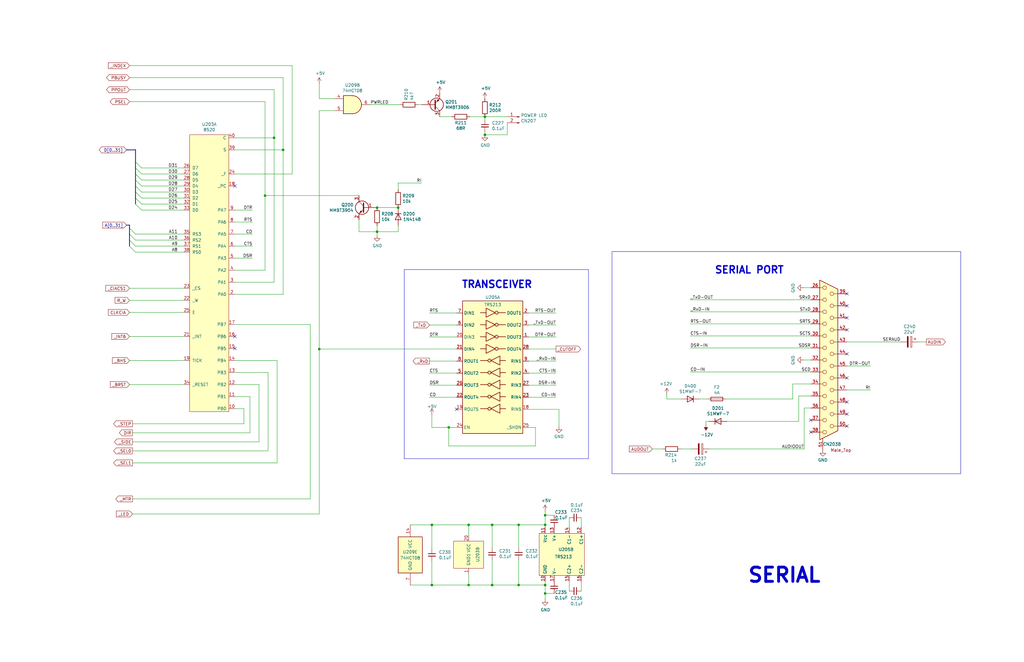
<source format=kicad_sch>
(kicad_sch (version 20231120) (generator "eeschema") (generator_version "8.0")
  (paper "B")
  (title_block (title "AMIGA PCI") (date "2024-04-30") (rev "3.0"))
  (lib_symbols
    (symbol "74xx:74LS08" (pin_names (offset 1.016))
      (property "Reference" "U" (at 0 1.27 0))
      (property "Value" "74LS08" (at 0 -1.27 0))
      (symbol "74LS08_1_1"
        (pin input line (at -7.62 2.54 0) (length 3.81) (name "~") (number "1"))
        (pin input line (at -7.62 -2.54 0) (length 3.81) (name "~") (number "2"))
        (pin output line (at 7.62 0 180) (length 3.81) (name "~") (number "3"))
      )
      (symbol "74LS08_1_2"
        (pin input inverted (at -7.62 2.54 0) (length 4.318) (name "~") (number "1"))
        (pin input inverted (at -7.62 -2.54 0) (length 4.318) (name "~") (number "2"))
        (pin output inverted (at 7.62 0 180) (length 3.81) (name "~") (number "3"))
      )
      (symbol "74LS08_2_1"
        (pin input line (at -7.62 2.54 0) (length 3.81) (name "~") (number "4"))
        (pin input line (at -7.62 -2.54 0) (length 3.81) (name "~") (number "5"))
        (pin output line (at 7.62 0 180) (length 3.81) (name "~") (number "6"))
      )
      (symbol "74LS08_2_2"
        (pin input inverted (at -7.62 2.54 0) (length 4.318) (name "~") (number "4"))
        (pin input inverted (at -7.62 -2.54 0) (length 4.318) (name "~") (number "5"))
        (pin output inverted (at 7.62 0 180) (length 3.81) (name "~") (number "6"))
      )
      (symbol "74LS08_3_1"
        (pin input line (at -7.62 -2.54 0) (length 3.81) (name "~") (number "10"))
        (pin output line (at 7.62 0 180) (length 3.81) (name "~") (number "8"))
        (pin input line (at -7.62 2.54 0) (length 3.81) (name "~") (number "9"))
      )
      (symbol "74LS08_3_2"
        (pin input inverted (at -7.62 -2.54 0) (length 4.318) (name "~") (number "10"))
        (pin output inverted (at 7.62 0 180) (length 3.81) (name "~") (number "8"))
        (pin input inverted (at -7.62 2.54 0) (length 4.318) (name "~") (number "9"))
      )
      (symbol "74LS08_4_1"
        (pin output line (at 7.62 0 180) (length 3.81) (name "~") (number "11"))
        (pin input line (at -7.62 2.54 0) (length 3.81) (name "~") (number "12"))
        (pin input line (at -7.62 -2.54 0) (length 3.81) (name "~") (number "13"))
      )
      (symbol "74LS08_4_2"
        (pin output inverted (at 7.62 0 180) (length 3.81) (name "~") (number "11"))
        (pin input inverted (at -7.62 2.54 0) (length 4.318) (name "~") (number "12"))
        (pin input inverted (at -7.62 -2.54 0) (length 4.318) (name "~") (number "13"))
      )
      (symbol "74LS08_5_0"
        (pin power_in line (at 0 12.7 270) (length 5.08) (name "VCC") (number "14"))
        (pin power_in line (at 0 -12.7 90) (length 5.08) (name "GND") (number "7"))
      )
    )
    (symbol "AmigaPCI-Symbols:DB25_Stack_FemaleAndMale" (pin_names (offset 1.016) hide)
      (property "Reference" "J" (at 0 34.29 0))
      (property "Value" "DB25_Stack_FemaleAndMale" (at 12.7 -35.56 0))
      (symbol "DB25_Stack_FemaleAndMale_1_0"
        (text "Female_Bottom" (at 0 -38.1 0) (effects (font (size 1.27 1.27))))
      )
      (symbol "DB25_Stack_FemaleAndMale_1_1"
        (pin passive line (at -7.62 30.48 0) (length 3.81) (name "1") (number "1"))
        (pin passive line (at -7.62 -15.24 0) (length 3.81) (name "10") (number "10"))
        (pin passive line (at -7.62 -20.32 0) (length 3.81) (name "11") (number "11"))
        (pin passive line (at -7.62 -25.4 0) (length 3.81) (name "12") (number "12"))
        (pin passive line (at -7.62 -30.48 0) (length 3.81) (name "13") (number "13"))
        (pin passive line (at 7.62 27.94 180) (length 3.81) (name "P14") (number "14"))
        (pin passive line (at 7.62 22.86 180) (length 3.81) (name "P15") (number "15"))
        (pin passive line (at 7.62 17.78 180) (length 3.81) (name "P16") (number "16"))
        (pin passive line (at 7.62 12.7 180) (length 3.81) (name "P17") (number "17"))
        (pin passive line (at 7.62 7.62 180) (length 3.81) (name "P18") (number "18"))
        (pin passive line (at 7.62 2.54 180) (length 3.81) (name "P19") (number "19"))
        (pin passive line (at -7.62 25.4 0) (length 3.81) (name "2") (number "2"))
        (pin passive line (at 7.62 -2.54 180) (length 3.81) (name "P20") (number "20"))
        (pin passive line (at 7.62 -7.62 180) (length 3.81) (name "P21") (number "21"))
        (pin passive line (at 7.62 -12.7 180) (length 3.81) (name "P22") (number "22"))
        (pin passive line (at 7.62 -17.78 180) (length 3.81) (name "P23") (number "23"))
        (pin passive line (at 7.62 -22.86 180) (length 3.81) (name "P24") (number "24"))
        (pin passive line (at 7.62 -27.94 180) (length 3.81) (name "P25") (number "25"))
        (pin passive line (at -7.62 20.32 0) (length 3.81) (name "3") (number "3"))
        (pin passive line (at -7.62 15.24 0) (length 3.81) (name "4") (number "4"))
        (pin passive line (at -7.62 10.16 0) (length 3.81) (name "5") (number "5"))
        (pin passive line (at -7.62 5.08 0) (length 3.81) (name "6") (number "6"))
        (pin passive line (at -7.62 0 0) (length 3.81) (name "7") (number "7"))
        (pin passive line (at -7.62 -5.08 0) (length 3.81) (name "8") (number "8"))
        (pin passive line (at -7.62 -10.16 0) (length 3.81) (name "9") (number "9"))
      )
      (symbol "DB25_Stack_FemaleAndMale_2_0"
        (text "Male_Top" (at 5.08 -38.1 0) (effects (font (size 1.27 1.27))))
        (pin power_in line (at -2.54 -38.1 90) (length 5.02) (name "GND") (number "51"))
      )
      (symbol "DB25_Stack_FemaleAndMale_2_1"
        (pin passive line (at -7.62 30.48 0) (length 3.81) (name "26") (number "26"))
        (pin passive line (at -7.62 25.4 0) (length 3.81) (name "27") (number "27"))
        (pin passive line (at -7.62 20.32 0) (length 3.81) (name "28") (number "28"))
        (pin passive line (at -7.62 15.24 0) (length 3.81) (name "29") (number "29"))
        (pin passive line (at -7.62 10.16 0) (length 3.81) (name "30") (number "30"))
        (pin passive line (at -7.62 5.08 0) (length 3.81) (name "31") (number "31"))
        (pin passive line (at -7.62 0 0) (length 3.81) (name "32") (number "32"))
        (pin passive line (at -7.62 -5.08 0) (length 3.81) (name "33") (number "33"))
        (pin passive line (at -7.62 -10.16 0) (length 3.81) (name "34") (number "34"))
        (pin passive line (at -7.62 -15.24 0) (length 3.81) (name "35") (number "35"))
        (pin passive line (at -7.62 -20.32 0) (length 3.81) (name "36") (number "36"))
        (pin passive line (at -7.62 -25.4 0) (length 3.81) (name "37") (number "37"))
        (pin passive line (at -7.62 -30.48 0) (length 3.81) (name "38") (number "38"))
        (pin passive line (at 7.62 27.94 180) (length 3.81) (name "39") (number "39"))
        (pin passive line (at 7.62 22.86 180) (length 3.81) (name "40") (number "40"))
        (pin passive line (at 7.62 17.78 180) (length 3.81) (name "41") (number "41"))
        (pin passive line (at 7.62 12.7 180) (length 3.81) (name "42") (number "42"))
        (pin passive line (at 7.62 7.62 180) (length 3.81) (name "43") (number "43"))
        (pin passive line (at 7.62 2.54 180) (length 3.81) (name "44") (number "44"))
        (pin passive line (at 7.62 -2.54 180) (length 3.81) (name "45") (number "45"))
        (pin passive line (at 7.62 -7.62 180) (length 3.81) (name "46") (number "46"))
        (pin passive line (at 7.62 -12.7 180) (length 3.81) (name "47") (number "47"))
        (pin passive line (at 7.62 -17.78 180) (length 3.81) (name "48") (number "48"))
        (pin passive line (at 7.62 -22.86 180) (length 3.81) (name "49") (number "49"))
        (pin passive line (at 7.62 -27.94 180) (length 3.81) (name "50") (number "50"))
      )
    )
    (symbol "AmigaPCI-Symbols:MOS 8520" (pin_names (offset 1.016))
      (property "Reference" "U" (at 0 53.34 0))
      (property "Value" "8520" (at 0 40.64 0))
      (symbol "MOS 8520_1_1"
        (pin bidirectional line (at 10.16 -63.5 180) (length 2.54) (name "PB0") (number "10"))
        (pin bidirectional line (at 10.16 -58.42 180) (length 2.54) (name "PB1") (number "11"))
        (pin bidirectional line (at 10.16 -53.34 180) (length 2.54) (name "PB2") (number "12"))
        (pin bidirectional line (at 10.16 -48.26 180) (length 2.54) (name "PB3") (number "13"))
        (pin bidirectional line (at 10.16 -43.18 180) (length 2.54) (name "PB4") (number "14"))
        (pin bidirectional line (at 10.16 -38.1 180) (length 2.54) (name "PB5") (number "15"))
        (pin bidirectional line (at 10.16 -33.02 180) (length 2.54) (name "PB6") (number "16"))
        (pin bidirectional line (at 10.16 -27.94 180) (length 2.54) (name "PB7") (number "17"))
        (pin output line (at 10.16 30.48 180) (length 2.54) (name "_PC") (number "18"))
        (pin input line (at -11.43 -43.18 0) (length 2.54) (name "TICK") (number "19"))
        (pin bidirectional line (at 10.16 -15.24 180) (length 2.54) (name "PA0") (number "2"))
        (pin output line (at -11.43 -33.02 0) (length 2.54) (name "_INT") (number "21"))
        (pin input line (at -11.43 -17.78 0) (length 2.54) (name "_W") (number "22"))
        (pin input line (at -11.43 -12.7 0) (length 2.54) (name "_CS") (number "23"))
        (pin input line (at 10.16 35.56 180) (length 2.54) (name "_F") (number "24"))
        (pin input line (at -11.43 -22.86 0) (length 2.54) (name "E") (number "25"))
        (pin bidirectional line (at -11.43 38.1 0) (length 2.54) (name "D7") (number "26"))
        (pin bidirectional line (at -11.43 35.56 0) (length 2.54) (name "D6") (number "27"))
        (pin bidirectional line (at -11.43 33.02 0) (length 2.54) (name "D5") (number "28"))
        (pin bidirectional line (at -11.43 30.48 0) (length 2.54) (name "D4") (number "29"))
        (pin bidirectional line (at 10.16 -10.16 180) (length 2.54) (name "PA1") (number "3"))
        (pin bidirectional line (at -11.43 27.94 0) (length 2.54) (name "D3") (number "30"))
        (pin bidirectional line (at -11.43 25.4 0) (length 2.54) (name "D2") (number "31"))
        (pin bidirectional line (at -11.43 22.86 0) (length 2.54) (name "D1") (number "32"))
        (pin bidirectional line (at -11.43 20.32 0) (length 2.54) (name "D0") (number "33"))
        (pin input line (at -11.43 -53.34 0) (length 2.54) (name "_RESET") (number "34"))
        (pin input line (at -11.43 10.16 0) (length 2.54) (name "RS3") (number "35"))
        (pin input line (at -11.43 7.62 0) (length 2.54) (name "RS2") (number "36"))
        (pin input line (at -11.43 5.08 0) (length 2.54) (name "RS1") (number "37"))
        (pin input line (at -11.43 2.54 0) (length 2.54) (name "RS0") (number "38"))
        (pin input line (at 10.16 45.72 180) (length 2.54) (name "S") (number "39"))
        (pin bidirectional line (at 10.16 -5.08 180) (length 2.54) (name "PA2") (number "4"))
        (pin input line (at 10.16 50.8 180) (length 2.54) (name "C") (number "40"))
        (pin bidirectional line (at 10.16 0 180) (length 2.54) (name "PA3") (number "5"))
        (pin bidirectional line (at 10.16 5.08 180) (length 2.54) (name "PA4") (number "6"))
        (pin bidirectional line (at 10.16 10.16 180) (length 2.54) (name "PA5") (number "7"))
        (pin bidirectional line (at 10.16 15.24 180) (length 2.54) (name "PA6") (number "8"))
        (pin bidirectional line (at 10.16 20.32 180) (length 2.54) (name "PA7") (number "9"))
      )
      (symbol "MOS 8520_2_1"
        (pin power_in line (at 0 -7.62 90) (length 2.54) (name "GND1") (number "1"))
        (pin power_in line (at 0 8.89 270) (length 2.54) (name "VCC") (number "20"))
      )
    )
    (symbol "AmigaPCI-Symbols:TRS213"
      (property "Reference" "U" (at 12.7 33.02 0))
      (property "Value" "TRS213" (at 12.7 30.48 0))
      (symbol "TRS213_1_0"
        (pin input line (at 15.24 -17.78 180) (length 2.54) (name "RIN5") (number "18"))
        (pin output line (at -15.24 -17.78 0) (length 2.54) (name "ROUT5") (number "19"))
        (pin input line (at -15.24 12.7 0) (length 2.54) (name "DIN3") (number "20"))
        (pin input line (at -15.24 7.62 0) (length 2.54) (name "DIN4") (number "21"))
        (pin input line (at -15.24 7.62 0) (length 2.54) (name "DIN4") (number "21"))
        (pin output line (at -15.24 -12.7 0) (length 2.54) (name "ROUT4") (number "22"))
        (pin output line (at -15.24 -12.7 0) (length 2.54) (name "ROUT4") (number "22"))
        (pin input line (at 15.24 -12.7 180) (length 2.54) (name "RIN4") (number "23"))
        (pin input line (at 15.24 -12.7 180) (length 2.54) (name "RIN4") (number "23"))
        (pin input line (at -15.24 -25.4 0) (length 2.54) (name "EN") (number "24"))
        (pin input line (at 15.24 -25.4 180) (length 2.54) (name "_SHDN") (number "25"))
        (pin output line (at -15.24 -7.62 0) (length 2.54) (name "ROUT3") (number "26"))
        (pin output line (at -15.24 -7.62 0) (length 2.54) (name "ROUT3") (number "26"))
        (pin input line (at 15.24 -7.62 180) (length 2.54) (name "RIN3") (number "27"))
        (pin input line (at 15.24 -7.62 180) (length 2.54) (name "RIN3") (number "27"))
        (pin output line (at 15.24 7.62 180) (length 2.54) (name "DOUT4") (number "28"))
        (pin output line (at 15.24 7.62 180) (length 2.54) (name "DOUT4") (number "28"))
      )
      (symbol "TRS213_1_1"
        (pin output line (at 15.24 12.7 180) (length 2.54) (name "DOUT3") (number "1"))
        (pin output line (at 15.24 12.7 180) (length 2.54) (name "DOUT3") (number "1"))
        (pin output line (at 15.24 22.86 180) (length 2.54) (name "DOUT1") (number "2"))
        (pin output line (at 15.24 22.86 180) (length 2.54) (name "DOUT1") (number "2"))
        (pin output line (at 15.24 17.78 180) (length 2.54) (name "DOUT2") (number "3"))
        (pin output line (at 15.24 17.78 180) (length 2.54) (name "DOUT2") (number "3"))
        (pin input line (at 15.24 -2.54 180) (length 2.54) (name "RIN2") (number "4"))
        (pin input line (at 15.24 -2.54 180) (length 2.54) (name "RIN2") (number "4"))
        (pin output line (at -15.24 -2.54 0) (length 2.54) (name "ROUT2") (number "5"))
        (pin output line (at -15.24 -2.54 0) (length 2.54) (name "ROUT2") (number "5"))
        (pin input line (at -15.24 17.78 0) (length 2.54) (name "DIN2") (number "6"))
        (pin input line (at -15.24 17.78 0) (length 2.54) (name "DIN2") (number "6"))
        (pin input line (at -15.24 22.86 0) (length 2.54) (name "DIN1") (number "7"))
        (pin input line (at -15.24 22.86 0) (length 2.54) (name "DIN1") (number "7"))
        (pin output line (at -15.24 2.54 0) (length 2.54) (name "ROUT1") (number "8"))
        (pin output line (at -15.24 2.54 0) (length 2.54) (name "ROUT1") (number "8"))
        (pin input line (at 15.24 2.54 180) (length 2.54) (name "RIN1") (number "9"))
        (pin input line (at 15.24 2.54 180) (length 2.54) (name "RIN1") (number "9"))
      )
      (symbol "TRS213_2_0"
        (pin passive line (at -3.81 -11.43 90) (length 2.54) (name "V-") (number "17"))
      )
      (symbol "TRS213_2_1"
        (pin power_in line (at -7.62 -11.43 90) (length 2.54) (name "GND") (number "10"))
        (pin power_in line (at -7.62 11.43 270) (length 2.54) (name "Vcc") (number "11"))
        (pin passive line (at 7.62 11.43 270) (length 2.54) (name "C1+") (number "12"))
        (pin passive line (at -3.81 11.43 270) (length 2.54) (name "V+") (number "13"))
        (pin passive line (at 2.54 11.43 270) (length 2.54) (name "C1-") (number "14"))
        (pin passive line (at 2.54 -11.43 90) (length 2.54) (name "C2+") (number "15"))
        (pin passive line (at 7.62 -11.43 90) (length 2.54) (name "C2-") (number "16"))
      )
    )
    (symbol "Connector:Conn_01x02_Pin" (pin_names (offset 1.016) hide)
      (property "Reference" "J" (at 0 2.54 0))
      (property "Value" "Conn_01x02_Pin" (at 0 -5.08 0))
      (symbol "Conn_01x02_Pin_1_1"
        (pin passive line (at 5.08 0 180) (length 3.81) (name "Pin_1") (number "1"))
        (pin passive line (at 5.08 -2.54 180) (length 3.81) (name "Pin_2") (number "2"))
      )
    )
    (symbol "Device:C_Polarized" (pin_numbers hide) (pin_names (offset 0.254))
      (property "Reference" "C" (at 0.635 2.54 0))
      (property "Value" "C_Polarized" (at 0.635 -2.54 0))
      (symbol "C_Polarized_1_1"
        (pin passive line (at 0 3.81 270) (length 2.794) (name "~") (number "1"))
        (pin passive line (at 0 -3.81 90) (length 2.794) (name "~") (number "2"))
      )
    )
    (symbol "Device:C_Small" (pin_numbers hide) (pin_names (offset 0.254) hide)
      (property "Reference" "C" (at 0.254 1.778 0))
      (property "Value" "C_Small" (at 0.254 -2.032 0))
      (symbol "C_Small_1_1"
        (pin passive line (at 0 2.54 270) (length 2.032) (name "~") (number "1"))
        (pin passive line (at 0 -2.54 90) (length 2.032) (name "~") (number "2"))
      )
    )
    (symbol "Device:Fuse" (pin_numbers hide) (pin_names (offset 0))
      (property "Reference" "F" (at 2.032 0 90))
      (property "Value" "Fuse" (at -1.905 0 90))
      (symbol "Fuse_1_1"
        (pin passive line (at 0 3.81 270) (length 1.27) (name "~") (number "1"))
        (pin passive line (at 0 -3.81 90) (length 1.27) (name "~") (number "2"))
      )
    )
    (symbol "Device:R" (pin_numbers hide) (pin_names (offset 0))
      (property "Reference" "R" (at 2.032 0 90))
      (property "Value" "R" (at 0 0 90))
      (symbol "R_1_1"
        (pin passive line (at 0 3.81 270) (length 1.27) (name "~") (number "1"))
        (pin passive line (at 0 -3.81 90) (length 1.27) (name "~") (number "2"))
      )
    )
    (symbol "Diode:1N4001" (pin_numbers hide) (pin_names hide)
      (property "Reference" "D" (at 0 2.54 0))
      (property "Value" "1N4001" (at 0 -2.54 0))
      (symbol "1N4001_1_1"
        (pin passive line (at -3.81 0 0) (length 2.54) (name "K") (number "1"))
        (pin passive line (at 3.81 0 180) (length 2.54) (name "A") (number "2"))
      )
    )
    (symbol "Diode:1N4148" (pin_numbers hide) (pin_names hide)
      (property "Reference" "D" (at 0 2.54 0))
      (property "Value" "1N4148" (at 0 -2.54 0))
      (symbol "1N4148_1_1"
        (pin passive line (at -3.81 0 0) (length 2.54) (name "K") (number "1"))
        (pin passive line (at 3.81 0 180) (length 2.54) (name "A") (number "2"))
      )
    )
    (symbol "Transistor_BJT:MMBT3904" (pin_names (offset 0) hide)
      (property "Reference" "Q" (at 5.08 1.905 0))
      (property "Value" "MMBT3904" (at 5.08 0 0))
      (symbol "MMBT3904_1_1"
        (pin input line (at -5.08 0 0) (length 5.715) (name "B") (number "1"))
        (pin passive line (at 2.54 -5.08 90) (length 2.54) (name "E") (number "2"))
        (pin passive line (at 2.54 5.08 270) (length 2.54) (name "C") (number "3"))
      )
    )
    (symbol "Transistor_BJT:MMBT3906" (pin_names (offset 0) hide)
      (property "Reference" "Q" (at 5.08 1.905 0))
      (property "Value" "MMBT3906" (at 5.08 0 0))
      (symbol "MMBT3906_1_1"
        (pin input line (at -5.08 0 0) (length 5.715) (name "B") (number "1"))
        (pin passive line (at 2.54 -5.08 90) (length 2.54) (name "E") (number "2"))
        (pin passive line (at 2.54 5.08 270) (length 2.54) (name "C") (number "3"))
      )
    )
    (symbol "power:+12V" (power) (pin_names (offset 0))
      (property "Value" "+12V" (at 0 3.556 0))
      (symbol "+12V_1_1"
        (pin power_in line (at 0 0 90) (length 0) hide (name "+12V") (number "1"))
      )
    )
    (symbol "power:+5V" (power) (pin_names (offset 0))
      (property "Value" "+5V" (at 0 3.556 0))
      (symbol "+5V_1_1"
        (pin power_in line (at 0 0 90) (length 0) hide (name "+5V") (number "1"))
      )
    )
    (symbol "power:-12V" (power) (pin_names (offset 0))
      (property "Value" "-12V" (at 0 3.81 0))
      (symbol "-12V_0_0"
        (pin power_in line (at 0 0 90) (length 0) hide (name "-12V") (number "1"))
      )
    )
    (symbol "power:GND" (power) (pin_names (offset 0))
      (property "Value" "GND" (at 0 -3.81 0))
      (symbol "GND_1_1"
        (pin power_in line (at 0 0 270) (length 0) hide (name "GND") (number "1"))
      )
    )
  )
  (junction (at 182.118 246.888))
  (junction (at 218.694 246.888))
  (junction (at 189.23 180.34))
  (junction (at 204.47 49.276))
  (junction (at 197.612 246.888))
  (junction (at 229.87 217.424))
  (junction (at 134.62 147.32))
  (junction (at 229.87 250.444))
  (junction (at 229.87 221.488))
  (junction (at 229.87 246.888))
  (junction (at 119.38 63.246))
  (junction (at 207.518 246.888))
  (junction (at 159.004 97.79))
  (junction (at 111.76 82.55))
  (junction (at 115.57 58.166))
  (junction (at 218.694 221.488))
  (junction (at 204.47 56.896))
  (junction (at 167.894 87.63))
  (junction (at 197.612 221.488))
  (junction (at 159.004 87.63))
  (junction (at 207.518 221.488))
  (junction (at 182.118 221.488))
  (no_connect (at 192.532 172.72))
  (no_connect (at 357.124 123.952))
  (no_connect (at 341.884 182.372))
  (no_connect (at 357.124 129.032))
  (no_connect (at 357.124 149.352))
  (no_connect (at 357.124 139.192))
  (no_connect (at 99.06 78.486))
  (no_connect (at 357.124 179.832))
  (no_connect (at 99.06 141.986))
  (no_connect (at 99.06 147.066))
  (no_connect (at 357.124 134.112))
  (no_connect (at 357.124 169.672))
  (no_connect (at 341.884 177.292))
  (no_connect (at 357.124 174.752))
  (no_connect (at 357.124 159.512))
  (bus_entry (at 59.69 70.866) (size -2.54 -2.54))
  (bus_entry (at 59.69 83.566) (size -2.54 -2.54))
  (bus_entry (at 59.69 86.106) (size -2.54 -2.54))
  (bus_entry (at 57.15 103.886) (size -2.54 -2.54))
  (bus_entry (at 59.69 81.026) (size -2.54 -2.54))
  (bus_entry (at 59.69 73.406) (size -2.54 -2.54))
  (bus_entry (at 59.69 75.946) (size -2.54 -2.54))
  (bus_entry (at 59.69 78.486) (size -2.54 -2.54))
  (bus_entry (at 57.15 98.806) (size -2.54 -2.54))
  (bus_entry (at 57.15 106.426) (size -2.54 -2.54))
  (bus_entry (at 59.69 88.646) (size -2.54 -2.54))
  (bus_entry (at 57.15 101.346) (size -2.54 -2.54))
  (wire (pts (xy 291.084 141.732) (xy 341.884 141.732)))
  (wire (pts (xy 197.612 246.888) (xy 207.518 246.888)))
  (wire (pts (xy 223.012 142.24) (xy 234.442 142.24)))
  (wire (pts (xy 181.102 132.08) (xy 192.532 132.08)))
  (bus (pts (xy 54.61 96.266) (xy 54.61 98.806)))
  (wire (pts (xy 189.23 180.34) (xy 189.23 188.214)))
  (wire (pts (xy 197.612 221.488) (xy 197.612 225.806)))
  (wire (pts (xy 357.124 154.432) (xy 367.03 154.432)))
  (wire (pts (xy 189.23 188.214) (xy 225.806 188.214)))
  (wire (pts (xy 181.102 162.56) (xy 192.532 162.56)))
  (wire (pts (xy 185.42 49.276) (xy 190.5 49.276)))
  (wire (pts (xy 229.87 217.424) (xy 229.87 221.488)))
  (bus (pts (xy 57.15 81.026) (xy 57.15 83.566)))
  (wire (pts (xy 77.47 86.106) (xy 59.69 86.106)))
  (wire (pts (xy 204.47 56.896) (xy 213.868 56.896)))
  (bus (pts (xy 57.15 68.326) (xy 57.15 70.866)))
  (wire (pts (xy 240.03 222.504) (xy 240.03 218.44)))
  (wire (pts (xy 55.88 216.916) (xy 134.62 216.916)))
  (bus (pts (xy 57.15 70.866) (xy 57.15 73.406)))
  (wire (pts (xy 116.84 195.326) (xy 55.88 195.326)))
  (wire (pts (xy 119.38 124.206) (xy 99.06 124.206)))
  (wire (pts (xy 134.62 46.736) (xy 140.97 46.736)))
  (wire (pts (xy 240.03 245.364) (xy 240.03 249.428)))
  (wire (pts (xy 223.012 172.72) (xy 235.712 172.72)))
  (bus (pts (xy 57.15 63.246) (xy 57.15 68.326)))
  (wire (pts (xy 341.884 172.212) (xy 339.09 172.212)))
  (wire (pts (xy 54.61 121.666) (xy 77.47 121.666)))
  (wire (pts (xy 134.62 41.656) (xy 134.62 35.306)))
  (wire (pts (xy 59.69 78.486) (xy 77.47 78.486)))
  (wire (pts (xy 207.518 221.488) (xy 218.694 221.488)))
  (wire (pts (xy 99.06 58.166) (xy 115.57 58.166)))
  (wire (pts (xy 181.102 152.4) (xy 192.532 152.4)))
  (bus (pts (xy 57.15 75.946) (xy 57.15 78.486)))
  (wire (pts (xy 182.118 180.34) (xy 189.23 180.34)))
  (wire (pts (xy 113.03 157.226) (xy 113.03 190.246)))
  (wire (pts (xy 182.118 246.888) (xy 172.974 246.888)))
  (wire (pts (xy 119.38 32.766) (xy 54.61 32.766)))
  (wire (pts (xy 99.06 98.806) (xy 106.426 98.806)))
  (wire (pts (xy 77.47 162.306) (xy 54.61 162.306)))
  (wire (pts (xy 204.47 55.626) (xy 204.47 56.896)))
  (wire (pts (xy 306.578 177.8) (xy 336.804 177.8)))
  (wire (pts (xy 198.12 49.276) (xy 204.47 49.276)))
  (wire (pts (xy 77.47 141.986) (xy 54.61 141.986)))
  (wire (pts (xy 223.012 132.08) (xy 234.442 132.08)))
  (wire (pts (xy 77.47 81.026) (xy 59.69 81.026)))
  (wire (pts (xy 130.81 136.906) (xy 130.81 210.566)))
  (wire (pts (xy 291.084 126.492) (xy 341.884 126.492)))
  (wire (pts (xy 99.06 108.966) (xy 106.426 108.966)))
  (wire (pts (xy 281.178 166.37) (xy 281.178 168.402)))
  (wire (pts (xy 111.76 82.55) (xy 111.76 114.046)))
  (wire (pts (xy 229.87 221.488) (xy 229.87 222.504)))
  (bus (pts (xy 53.34 94.996) (xy 54.61 94.996)))
  (wire (pts (xy 77.47 126.746) (xy 54.61 126.746)))
  (wire (pts (xy 99.06 162.306) (xy 109.22 162.306)))
  (wire (pts (xy 115.57 37.846) (xy 54.61 37.846)))
  (wire (pts (xy 181.102 137.16) (xy 192.532 137.16)))
  (wire (pts (xy 99.06 73.406) (xy 123.19 73.406)))
  (wire (pts (xy 223.012 167.64) (xy 234.442 167.64)))
  (wire (pts (xy 182.118 221.488) (xy 197.612 221.488)))
  (wire (pts (xy 115.57 58.166) (xy 115.57 37.846)))
  (wire (pts (xy 223.012 162.56) (xy 234.442 162.56)))
  (wire (pts (xy 102.87 172.466) (xy 102.87 178.816)))
  (wire (pts (xy 291.084 136.652) (xy 341.884 136.652)))
  (wire (pts (xy 334.264 168.402) (xy 334.264 162.052)))
  (wire (pts (xy 338.836 151.892) (xy 341.884 151.892)))
  (wire (pts (xy 357.124 144.272) (xy 379.73 144.272)))
  (wire (pts (xy 159.004 97.79) (xy 167.894 97.79)))
  (wire (pts (xy 167.894 77.216) (xy 177.8 77.216)))
  (wire (pts (xy 336.804 167.132) (xy 341.884 167.132)))
  (wire (pts (xy 204.47 49.276) (xy 204.47 50.546)))
  (wire (pts (xy 111.76 82.55) (xy 151.384 82.55)))
  (wire (pts (xy 59.69 83.566) (xy 77.47 83.566)))
  (wire (pts (xy 182.118 175.006) (xy 182.118 180.34)))
  (wire (pts (xy 113.03 190.246) (xy 55.88 190.246)))
  (wire (pts (xy 57.15 106.426) (xy 77.47 106.426)))
  (wire (pts (xy 181.102 157.48) (xy 192.532 157.48)))
  (wire (pts (xy 77.47 98.806) (xy 57.15 98.806)))
  (wire (pts (xy 156.21 44.196) (xy 168.656 44.196)))
  (wire (pts (xy 134.62 46.736) (xy 134.62 147.32)))
  (wire (pts (xy 172.974 221.488) (xy 182.118 221.488)))
  (wire (pts (xy 182.118 246.888) (xy 197.612 246.888)))
  (wire (pts (xy 197.612 242.316) (xy 197.612 246.888)))
  (wire (pts (xy 115.57 119.126) (xy 99.06 119.126)))
  (wire (pts (xy 159.004 87.63) (xy 167.894 87.63)))
  (wire (pts (xy 77.47 152.146) (xy 54.61 152.146)))
  (wire (pts (xy 218.694 236.22) (xy 218.694 246.888)))
  (wire (pts (xy 213.868 51.816) (xy 213.868 56.896)))
  (wire (pts (xy 176.276 44.196) (xy 177.8 44.196)))
  (wire (pts (xy 229.87 250.444) (xy 229.87 246.888)))
  (wire (pts (xy 291.084 131.572) (xy 341.884 131.572)))
  (bus (pts (xy 57.15 63.246) (xy 53.34 63.246)))
  (wire (pts (xy 245.11 245.364) (xy 245.11 249.428)))
  (bus (pts (xy 57.15 78.486) (xy 57.15 81.026)))
  (wire (pts (xy 182.118 221.488) (xy 182.118 231.648)))
  (wire (pts (xy 151.384 92.71) (xy 151.384 97.79)))
  (wire (pts (xy 223.012 157.48) (xy 234.442 157.48)))
  (wire (pts (xy 299.212 189.484) (xy 339.09 189.484)))
  (wire (pts (xy 123.19 27.686) (xy 54.61 27.686)))
  (wire (pts (xy 181.102 142.24) (xy 192.532 142.24)))
  (wire (pts (xy 77.47 75.946) (xy 59.69 75.946)))
  (wire (pts (xy 99.06 152.146) (xy 116.84 152.146)))
  (wire (pts (xy 229.87 250.444) (xy 233.68 250.444)))
  (wire (pts (xy 105.41 167.386) (xy 105.41 182.626)))
  (wire (pts (xy 218.694 221.488) (xy 229.87 221.488)))
  (wire (pts (xy 291.084 156.972) (xy 341.884 156.972)))
  (wire (pts (xy 181.102 167.64) (xy 192.532 167.64)))
  (wire (pts (xy 77.47 103.886) (xy 57.15 103.886)))
  (wire (pts (xy 207.518 221.488) (xy 207.518 231.14)))
  (wire (pts (xy 204.47 49.276) (xy 213.868 49.276)))
  (wire (pts (xy 218.694 246.888) (xy 229.87 246.888)))
  (wire (pts (xy 116.84 152.146) (xy 116.84 195.326)))
  (wire (pts (xy 77.47 101.346) (xy 57.15 101.346)))
  (wire (pts (xy 102.87 178.816) (xy 55.88 178.816)))
  (wire (pts (xy 167.894 80.01) (xy 167.894 77.216)))
  (bus (pts (xy 57.15 83.566) (xy 57.15 86.106)))
  (wire (pts (xy 291.084 146.812) (xy 341.884 146.812)))
  (wire (pts (xy 291.592 189.484) (xy 287.02 189.484)))
  (wire (pts (xy 182.118 236.728) (xy 182.118 246.888)))
  (wire (pts (xy 99.06 136.906) (xy 130.81 136.906)))
  (wire (pts (xy 225.806 188.214) (xy 225.806 180.34)))
  (wire (pts (xy 109.22 162.306) (xy 109.22 186.436)))
  (wire (pts (xy 111.76 42.926) (xy 54.61 42.926)))
  (bus (pts (xy 54.61 101.346) (xy 54.61 103.886)))
  (wire (pts (xy 387.35 144.272) (xy 390.652 144.272)))
  (wire (pts (xy 99.06 88.646) (xy 106.426 88.646)))
  (wire (pts (xy 115.57 58.166) (xy 115.57 119.126)))
  (wire (pts (xy 229.87 215.646) (xy 229.87 217.424)))
  (wire (pts (xy 134.62 147.32) (xy 134.62 216.916)))
  (wire (pts (xy 223.012 137.16) (xy 234.442 137.16)))
  (wire (pts (xy 279.4 189.484) (xy 275.082 189.484)))
  (wire (pts (xy 334.264 162.052) (xy 341.884 162.052)))
  (wire (pts (xy 140.97 41.656) (xy 134.62 41.656)))
  (wire (pts (xy 59.69 73.406) (xy 77.47 73.406)))
  (wire (pts (xy 207.518 246.888) (xy 218.694 246.888)))
  (wire (pts (xy 105.41 182.626) (xy 55.88 182.626)))
  (wire (pts (xy 338.836 121.412) (xy 341.884 121.412)))
  (wire (pts (xy 134.62 147.32) (xy 192.532 147.32)))
  (wire (pts (xy 151.384 97.79) (xy 159.004 97.79)))
  (bus (pts (xy 54.61 94.996) (xy 54.61 96.266)))
  (wire (pts (xy 357.124 164.592) (xy 367.03 164.592)))
  (wire (pts (xy 197.612 221.488) (xy 207.518 221.488)))
  (wire (pts (xy 159.004 97.79) (xy 159.004 95.25)))
  (wire (pts (xy 207.518 236.22) (xy 207.518 246.888)))
  (wire (pts (xy 99.06 63.246) (xy 119.38 63.246)))
  (wire (pts (xy 99.06 93.726) (xy 106.426 93.726)))
  (wire (pts (xy 229.87 245.364) (xy 229.87 246.888)))
  (wire (pts (xy 229.87 217.424) (xy 233.68 217.424)))
  (wire (pts (xy 111.76 82.55) (xy 111.76 42.926)))
  (wire (pts (xy 223.012 152.4) (xy 234.442 152.4)))
  (wire (pts (xy 99.06 157.226) (xy 113.03 157.226)))
  (wire (pts (xy 99.06 167.386) (xy 105.41 167.386)))
  (wire (pts (xy 167.894 97.79) (xy 167.894 95.25)))
  (wire (pts (xy 297.688 179.07) (xy 297.688 177.8)))
  (wire (pts (xy 229.87 252.984) (xy 229.87 250.444)))
  (wire (pts (xy 159.004 99.314) (xy 159.004 97.79)))
  (wire (pts (xy 218.694 221.488) (xy 218.694 231.14)))
  (wire (pts (xy 297.688 177.8) (xy 298.958 177.8)))
  (wire (pts (xy 130.81 210.566) (xy 55.88 210.566)))
  (wire (pts (xy 119.38 63.246) (xy 119.38 32.766)))
  (wire (pts (xy 306.07 168.402) (xy 334.264 168.402)))
  (wire (pts (xy 99.06 172.466) (xy 102.87 172.466)))
  (wire (pts (xy 99.06 114.046) (xy 111.76 114.046)))
  (wire (pts (xy 189.23 180.34) (xy 192.532 180.34)))
  (wire (pts (xy 245.11 222.504) (xy 245.11 218.44)))
  (wire (pts (xy 99.06 103.886) (xy 106.426 103.886)))
  (wire (pts (xy 339.09 172.212) (xy 339.09 189.484)))
  (wire (pts (xy 225.806 180.34) (xy 223.012 180.34)))
  (bus (pts (xy 57.15 73.406) (xy 57.15 75.946)))
  (wire (pts (xy 123.19 73.406) (xy 123.19 27.686)))
  (wire (pts (xy 77.47 88.646) (xy 59.69 88.646)))
  (wire (pts (xy 77.47 70.866) (xy 59.69 70.866)))
  (wire (pts (xy 235.712 172.72) (xy 235.712 180.086)))
  (wire (pts (xy 281.178 168.402) (xy 287.274 168.402)))
  (wire (pts (xy 119.38 63.246) (xy 119.38 124.206)))
  (wire (pts (xy 109.22 186.436) (xy 55.88 186.436)))
  (bus (pts (xy 54.61 98.806) (xy 54.61 101.346)))
  (wire (pts (xy 54.61 131.826) (xy 77.47 131.826)))
  (wire (pts (xy 298.45 168.402) (xy 294.894 168.402)))
  (wire (pts (xy 223.012 147.32) (xy 234.442 147.32)))
  (wire (pts (xy 336.804 177.8) (xy 336.804 167.132)))
  (rectangle (start 258.064 106.172) (end 405.13 199.898))
  (rectangle (start 170.434 113.792) (end 248.158 193.548))
  (text "SERIAL" (at 314.96 246.38 0) (effects (font (size 6 6) (thickness 1.2) (bold yes)) (justify left bottom)))
  (text "SERIAL PORT" (at 301.244 115.824 0) (effects (font (size 3 3) (thickness 0.6) (bold yes)) (justify left bottom)))
  (text "TRANSCEIVER" (at 194.564 121.92 0) (effects (font (size 3 3) (bold yes)) (justify left bottom)))
  (label "D27" (at 74.93 81.026 180) (effects (font (size 1.2954 1.2954))))
  (label "RI" (at 367.03 164.592 180))
  (label "_TxD-OUT" (at 291.084 126.492 0))
  (label "PWRLED" (at 156.21 44.196 0))
  (label "DTR-OUT" (at 367.03 154.432 180))
  (label "CTS-IN" (at 291.084 141.732 0))
  (label "D28" (at 74.93 78.486 180) (effects (font (size 1.2954 1.2954))))
  (label "CD" (at 181.102 167.64 0))
  (label "CTS" (at 106.426 103.886 180))
  (label "_RxD-IN" (at 291.084 131.572 0))
  (label "RTS-OUT" (at 234.442 132.08 180))
  (label "RTS" (at 181.102 132.08 0))
  (label "CTS" (at 181.102 157.48 0))
  (label "D26" (at 74.93 83.566 180) (effects (font (size 1.2954 1.2954))))
  (label "DSR-IN" (at 291.084 146.812 0))
  (label "CTS-IN" (at 234.442 157.48 180))
  (label "CD-IN" (at 234.442 167.64 180))
  (label "SERAUD" (at 379.73 144.272 180))
  (label "_RxD-IN" (at 234.442 152.4 180))
  (label "STxD" (at 341.884 131.572 180))
  (label "SRTS" (at 341.884 136.652 180))
  (label "DTR" (at 181.102 142.24 0))
  (label "A10" (at 74.93 101.346 180) (effects (font (size 1.2954 1.2954))))
  (label "RTS-OUT" (at 291.084 136.652 0))
  (label "DTR" (at 106.426 88.646 180))
  (label "A8" (at 74.93 106.426 180) (effects (font (size 1.2954 1.2954))))
  (label "D25" (at 74.93 86.106 180) (effects (font (size 1.2954 1.2954))))
  (label "SRxD" (at 341.884 126.492 180))
  (label "A11" (at 74.93 98.806 180) (effects (font (size 1.2954 1.2954))))
  (label "SDSR" (at 341.884 146.812 180))
  (label "DSR" (at 181.102 162.56 0))
  (label "RTS" (at 106.426 93.726 180))
  (label "DSR-IN" (at 234.442 162.56 180))
  (label "CD-IN" (at 291.084 156.972 0))
  (label "RI" (at 177.8 77.216 180))
  (label "CD" (at 106.426 98.806 180))
  (label "DSR" (at 106.426 108.966 180))
  (label "D31" (at 74.93 70.866 180) (effects (font (size 1.2954 1.2954))))
  (label "DTR-OUT" (at 234.442 142.24 180))
  (label "SCD" (at 341.884 156.972 180))
  (label "SCTS" (at 341.884 141.732 180))
  (label "D30" (at 74.93 73.406 180) (effects (font (size 1.2954 1.2954))))
  (label "_TxD-OUT" (at 234.442 137.16 180))
  (label "A9" (at 74.93 103.886 180) (effects (font (size 1.2954 1.2954))))
  (label "D29" (at 74.93 75.946 180) (effects (font (size 1.2954 1.2954))))
  (label "AUDIOOUT" (at 339.09 189.484 180))
  (label "D24" (at 74.93 88.646 180) (effects (font (size 1.2954 1.2954))))
  (global_label "_INDEX" (shape input) (at 54.61 27.686 180) (property "Intersheetrefs" "${INTERSHEET_REFS}" (at 45.1728 27.686 0) (effects (justify right))))
  (global_label "A[0..31]" (shape input) (at 53.34 94.996 180) (property "Intersheetrefs" "${INTERSHEET_REFS}" (at 42.8141 94.996 0) (effects (justify right))))
  (global_label "PSEL" (shape bidirectional) (at 54.61 42.926 180) (property "Intersheetrefs" "${INTERSHEET_REFS}" (at 45.9363 42.926 0) (effects (justify right))))
  (global_label "_SIDE" (shape output) (at 55.88 186.436 180) (property "Intersheetrefs" "${INTERSHEET_REFS}" (at 47.7733 186.436 0) (effects (justify right))))
  (global_label "AUDIN" (shape output) (at 390.652 144.272 0) (property "Intersheetrefs" "${INTERSHEET_REFS}" (at 399.1822 144.272 0) (effects (justify left))))
  (global_label "D[0..31]" (shape bidirectional) (at 53.34 63.246 180) (effects (font (size 1.2954 1.2954))) (property "Intersheetrefs" "${INTERSHEET_REFS}" (at 41.2856 63.246 0) (effects (justify right))))
  (global_label "AUDOUT" (shape input) (at 275.082 189.484 180) (property "Intersheetrefs" "${INTERSHEET_REFS}" (at 264.8585 189.484 0) (effects (justify right))))
  (global_label "_TxD" (shape input) (at 181.102 137.16 180) (property "Intersheetrefs" "${INTERSHEET_REFS}" (at 173.9629 137.16 0) (effects (justify right))))
  (global_label "_RxD" (shape output) (at 181.102 152.4 180) (property "Intersheetrefs" "${INTERSHEET_REFS}" (at 173.6605 152.4 0) (effects (justify right))))
  (global_label "PPOUT" (shape bidirectional) (at 54.61 37.846 180) (property "Intersheetrefs" "${INTERSHEET_REFS}" (at 44.4243 37.846 0) (effects (justify right))))
  (global_label "_SEL1" (shape output) (at 55.88 195.326 180) (property "Intersheetrefs" "${INTERSHEET_REFS}" (at 47.4105 195.326 0) (effects (justify right))))
  (global_label "DIR" (shape output) (at 55.88 182.626 180) (property "Intersheetrefs" "${INTERSHEET_REFS}" (at 49.8294 182.626 0) (effects (justify right))))
  (global_label "PBUSY" (shape bidirectional) (at 54.61 32.766 180) (property "Intersheetrefs" "${INTERSHEET_REFS}" (at 44.4243 32.766 0) (effects (justify right))))
  (global_label "R_W" (shape input) (at 54.61 126.746 180) (property "Intersheetrefs" "${INTERSHEET_REFS}" (at 47.9358 126.746 0) (effects (justify right))))
  (global_label "_MTR" (shape output) (at 55.88 210.566 180) (property "Intersheetrefs" "${INTERSHEET_REFS}" (at 48.3176 210.566 0) (effects (justify right))))
  (global_label "_CUTOFF" (shape output) (at 234.442 147.32 0) (property "Intersheetrefs" "${INTERSHEET_REFS}" (at 245.3912 147.32 0) (effects (justify left))))
  (global_label "_SEL0" (shape output) (at 55.88 190.246 180) (property "Intersheetrefs" "${INTERSHEET_REFS}" (at 47.4105 190.246 0) (effects (justify right))))
  (global_label "_STEP" (shape output) (at 55.88 178.816 180) (property "Intersheetrefs" "${INTERSHEET_REFS}" (at 47.4105 178.816 0) (effects (justify right))))
  (global_label "_BRST" (shape input) (at 54.61 162.306 180) (property "Intersheetrefs" "${INTERSHEET_REFS}" (at 46.0195 162.306 0) (effects (justify right))))
  (global_label "_BHS" (shape input) (at 54.61 152.146 180) (property "Intersheetrefs" "${INTERSHEET_REFS}" (at 46.9266 152.146 0) (effects (justify right))))
  (global_label "_LED" (shape input) (at 55.88 216.916 180) (property "Intersheetrefs" "${INTERSHEET_REFS}" (at 48.5595 216.916 0) (effects (justify right))))
  (global_label "_CIACS1" (shape input) (at 54.61 121.666 180) (property "Intersheetrefs" "${INTERSHEET_REFS}" (at 44.0048 121.666 0) (effects (justify right))))
  (global_label "CLKCIA" (shape input) (at 54.61 131.826 180) (property "Intersheetrefs" "${INTERSHEET_REFS}" (at 45.1727 131.826 0) (effects (justify right))))
  (global_label "_INT6" (shape input) (at 54.61 141.986 180) (property "Intersheetrefs" "${INTERSHEET_REFS}" (at 46.6242 141.986 0) (effects (justify right))))
  (symbol (lib_id "power:GND") (at 235.712 180.086 0) (unit 1)
    (property "Reference" "#PWR023" (effects (hide yes)))
    (property "Value" "GND" (at 235.712 184.2215 0))
  )
  (symbol (lib_id "Transistor_BJT:MMBT3904") (at 153.924 87.63 0) (mirror y) (unit 1)
    (property "Reference" "Q200" (at 149.0726 86.4616 0) (effects (justify left)))
    (property "Value" "MMBT3904" (at 149.0726 88.773 0) (effects (justify left)))
    (property "Footprint" "Package_TO_SOT_SMD:SOT-23" (effects (hide yes)))
    (property "Datasheet" "https://www.onsemi.com/pdf/datasheet/pzt3904-d.pdf" (effects (hide yes)))
    (instances (project "AmigaPCI Mainboard" (path "" (reference "Q200") (unit 1))) (project "2000ATX" (path "" (reference "Q300") (unit 1))))
  )
  (symbol (lib_id "Transistor_BJT:MMBT3906") (at 182.88 44.196 0) (mirror x) (unit 1)
    (property "Reference" "Q201" (at 187.7314 43.0276 0) (effects (justify left)))
    (property "Value" "MMBT3906" (at 187.7314 45.339 0) (effects (justify left)))
    (property "Footprint" "Package_TO_SOT_SMD:SOT-23" (effects (hide yes)))
    (property "Datasheet" "https://www.onsemi.com/pdf/datasheet/pzt3906-d.pdf" (effects (hide yes)))
    (instances (project "AmigaPCI Mainboard" (path "" (reference "Q201") (unit 1))) (project "2000ATX" (path "" (reference "Q302") (unit 1))))
  )
  (symbol (lib_id "Device:R") (at 172.466 44.196 90) (unit 1)
    (property "Reference" "R210" (at 171.2976 42.418 0) (effects (justify left)))
    (property "Value" "4k7" (at 173.609 42.418 0) (effects (justify left)))
    (property "Footprint" "Resistor_SMD:R_0603_1608Metric" (effects (hide yes)))
    (instances (project "AmigaPCI Mainboard" (path "" (reference "R210") (unit 1))) (project "2000ATX" (path "" (reference "R902") (unit 1))))
  )
  (symbol (lib_id "Device:C_Small") (at 218.694 233.68 0) (unit 1)
    (property "Reference" "C232" (at 221.615 232.5116 0) (effects (justify left)))
    (property "Value" "0.1uF" (at 221.615 234.823 0) (effects (justify left)))
    (property "Footprint" "Capacitor_SMD:C_0603_1608Metric" (effects (hide yes)))
    (instances (project "AmigaPCI Mainboard" (path "" (reference "C232") (unit 1))) (project "2000ATX" (path "" (reference "C301") (unit 1))))
  )
  (symbol (lib_id "power:+5V") (at 134.62 35.306 0) (unit 1)
    (property "Reference" "#PWR0139" (effects (hide yes)))
    (property "Value" "+5V" (at 135.001 30.9118 0))
    (instances (project "AmigaPCI Mainboard" (path "" (reference "#PWR0139") (unit 1))) (project "2000ATX" (path "" (reference "#PWR0292") (unit 1))))
  )
  (symbol (lib_id "Device:C_Small") (at 233.68 219.964 0) (mirror x) (unit 1)
    (property "Reference" "C233" (at 233.934 216.1286 0) (effects (justify left)))
    (property "Value" "0.1uF" (at 233.934 218.44 0) (effects (justify left)))
    (property "Footprint" "Capacitor_SMD:C_0603_1608Metric" (effects (hide yes)))
    (instances (project "AmigaPCI Mainboard" (path "" (reference "C233") (unit 1))) (project "2000ATX" (path "" (reference "C301") (unit 1))))
  )
  (symbol (lib_id "power:GND") (at 229.87 252.984 0) (unit 1)
    (property "Reference" "#PWR0165" (effects (hide yes)))
    (property "Value" "GND" (at 229.997 257.3782 0))
    (instances (project "AmigaPCI Mainboard" (path "" (reference "#PWR0165") (unit 1))) (project "2000ATX" (path "" (reference "#PWR0328") (unit 1))))
  )
  (symbol (lib_id "Device:R") (at 159.004 91.44 0) (unit 1)
    (property "Reference" "R208" (at 160.782 90.2716 0) (effects (justify left)))
    (property "Value" "10k" (at 160.782 92.583 0) (effects (justify left)))
    (property "Footprint" "Resistor_SMD:R_0603_1608Metric" (effects (hide yes)))
    (instances (project "AmigaPCI Mainboard" (path "" (reference "R208") (unit 1))) (project "2000ATX" (path "" (reference "R305") (unit 1))))
  )
  (symbol (lib_id "power:+5V") (at 185.42 39.116 0) (unit 1)
    (property "Reference" "#PWR0144" (effects (hide yes)))
    (property "Value" "+5V" (at 185.801 34.7218 0))
    (instances (project "AmigaPCI Mainboard" (path "" (reference "#PWR0144") (unit 1))) (project "2000ATX" (path "" (reference "#PWR0293") (unit 1))))
  )
  (symbol (lib_id "power:-12V") (at 297.688 179.07 0) (mirror x) (unit 1)
    (property "Reference" "#PWR0185" (effects (hide yes)))
    (property "Value" "-12V" (at 298.069 183.4642 0))
    (instances (project "AmigaPCI Mainboard" (path "" (reference "#PWR0185") (unit 1))) (project "2000ATX" (path "" (reference "#PWR0313") (unit 1))))
  )
  (symbol (lib_id "Device:C_Polarized") (at 295.402 189.484 270) (mirror x) (unit 1)
    (property "Reference" "C237" (at 295.402 193.5226 90))
    (property "Value" "22uF" (at 295.402 195.834 90))
    (property "Footprint" "Capacitor_THT:CP_Radial_D5.0mm_P2.00mm" (effects (hide yes)))
    (instances (project "AmigaPCI Mainboard" (path "" (reference "C237") (unit 1))) (project "2000ATX" (path "" (reference "C318") (unit 1)) (path "" (reference "C318") (unit 1))))
  )
  (symbol (lib_id "Device:R") (at 167.894 83.82 0) (unit 1)
    (property "Reference" "R209" (at 169.672 82.6516 0) (effects (justify left)))
    (property "Value" "10k" (at 169.672 84.963 0) (effects (justify left)))
    (property "Footprint" "Resistor_SMD:R_0603_1608Metric" (effects (hide yes)))
    (instances (project "AmigaPCI Mainboard" (path "" (reference "R209") (unit 1))) (project "2000ATX" (path "" (reference "R306") (unit 1))))
  )
  (symbol (lib_id "Diode:1N4001") (at 302.768 177.8 0) (mirror x) (unit 1)
    (property "Reference" "D201" (at 302.768 172.2882 0))
    (property "Value" "S1MWF-7" (at 302.768 174.5996 0))
    (property "Footprint" "Diode_SMD:D_SOD-123F" (effects (hide yes)))
    (property "Datasheet" "http://www.vishay.com/docs/88503/1n4001.pdf" (effects (hide yes)))
    (instances (project "AmigaPCI Mainboard" (path "" (reference "D201") (unit 1))) (project "2000ATX" (path "" (reference "D401") (unit 1))))
  )
  (symbol (lib_id "AmigaPCI-Symbols:MOS 8520") (at 197.612 234.696 0) (unit 2)
    (property "Reference" "U203" (at 201.422 237.236 90) (effects (justify left)))
    (property "Value" "8520" (effects (hide yes)))
    (property "Footprint" "Package_DIP:DIP-40_W15.24mm_Socket" (effects (hide yes)))
    (instances (project "AmigaPCI Mainboard" (path "" (reference "U203") (unit 2))) (project "2000ATX" (path "" (reference "U301") (unit 2))))
  )
  (symbol (lib_id "power:+5V") (at 182.118 175.006 0) (unit 1)
    (property "Reference" "#PWR083" (effects (hide yes)))
    (property "Value" "+5V" (at 182.118 171.5041 0))
  )
  (symbol (lib_id "Diode:1N4001") (at 291.084 168.402 0) (mirror y) (unit 1)
    (property "Reference" "D400" (at 291.084 162.8902 0))
    (property "Value" "S1MWF-7" (at 291.084 165.2016 0))
    (property "Footprint" "Diode_SMD:D_SOD-123F" (effects (hide yes)))
    (property "Datasheet" "http://www.vishay.com/docs/88503/1n4001.pdf" (effects (hide yes)))
  )
  (symbol (lib_id "Device:R") (at 204.47 45.466 0) (unit 1)
    (property "Reference" "R212" (at 206.248 44.2976 0) (effects (justify left)))
    (property "Value" "200R" (at 206.248 46.609 0) (effects (justify left)))
    (property "Footprint" "Resistor_SMD:R_0603_1608Metric" (effects (hide yes)))
    (instances (project "AmigaPCI Mainboard" (path "" (reference "R212") (unit 1))) (project "2000ATX" (path "" (reference "R308") (unit 1))))
  )
  (symbol (lib_id "power:GND") (at 159.004 99.314 0) (unit 1)
    (property "Reference" "#PWR0154" (effects (hide yes)))
    (property "Value" "GND" (at 159.131 103.7082 0))
    (instances (project "AmigaPCI Mainboard" (path "" (reference "#PWR0154") (unit 1))) (project "2000ATX" (path "" (reference "#PWR0315") (unit 1))))
  )
  (symbol (lib_id "Device:C_Small") (at 242.57 249.428 270) (unit 1)
    (property "Reference" "C236" (at 240.538 252.4506 90) (effects (justify left)))
    (property "Value" "0.1uF" (at 240.538 254.762 90) (effects (justify left)))
    (property "Footprint" "Capacitor_SMD:C_0603_1608Metric" (effects (hide yes)))
    (instances (project "AmigaPCI Mainboard" (path "" (reference "C236") (unit 1))) (project "2000ATX" (path "" (reference "C301") (unit 1))))
  )
  (symbol (lib_id "Device:C_Small") (at 182.118 234.188 0) (unit 1)
    (property "Reference" "C230" (at 185.039 233.0196 0) (effects (justify left)))
    (property "Value" "0.1uF" (at 185.039 235.331 0) (effects (justify left)))
    (property "Footprint" "Capacitor_SMD:C_0603_1608Metric" (effects (hide yes)))
    (instances (project "AmigaPCI Mainboard" (path "" (reference "C230") (unit 1))) (project "2000ATX" (path "" (reference "C303") (unit 1))))
  )
  (symbol (lib_id "Diode:1N4148") (at 167.894 91.44 270) (unit 1)
    (property "Reference" "D200" (at 169.926 90.2716 90) (effects (justify left)))
    (property "Value" "1N4148" (at 169.926 92.583 90) (effects (justify left)))
    (property "Footprint" "Diode_SMD:D_SOD-323" (effects (hide yes)))
    (property "Datasheet" "https://assets.nexperia.com/documents/data-sheet/1N4148_1N4448.pdf" (effects (hide yes)))
    (property "pART" "1N4148WSTR" (effects (hide yes)))
    (instances (project "AmigaPCI Mainboard" (path "" (reference "D200") (unit 1))) (project "2000ATX" (path "" (reference "D300") (unit 1))))
  )
  (symbol (lib_id "74xx:74LS08") (at 172.974 234.188 0) (unit 5)
    (property "Reference" "U209" (at 172.974 232.918 0))
    (property "Value" "74HCT08" (at 172.974 235.458 0))
    (property "Footprint" "Package_SO:TSSOP-14_4.4x5mm_P0.65mm" (effects (hide yes)))
    (property "Datasheet" "http://www.ti.com/lit/gpn/sn74LS08" (effects (hide yes)))
    (instances (project "AmigaPCI Mainboard" (path "" (reference "U209") (unit 5))) (project "2000ATX" (path "" (reference "U303") (unit 5))))
  )
  (symbol (lib_id "Device:C_Small") (at 233.68 247.904 0) (unit 1)
    (property "Reference" "C235" (at 233.934 249.936 0) (effects (justify left)))
    (property "Value" "0.1uF" (at 233.934 252.2474 0) (effects (justify left)))
    (property "Footprint" "Capacitor_SMD:C_0603_1608Metric" (effects (hide yes)))
    (instances (project "AmigaPCI Mainboard" (path "" (reference "C235") (unit 1))) (project "2000ATX" (path "" (reference "C301") (unit 1))))
  )
  (symbol (lib_id "power:+12V") (at 281.178 166.37 0) (mirror y) (unit 1)
    (property "Reference" "#PWR0184" (effects (hide yes)))
    (property "Value" "+12V" (at 280.797 161.9758 0))
    (instances (project "AmigaPCI Mainboard" (path "" (reference "#PWR0184") (unit 1))) (project "2000ATX" (path "" (reference "#PWR0312") (unit 1))))
  )
  (symbol (lib_id "AmigaPCI-Symbols:TRS213") (at 207.772 154.94 0) (unit 1)
    (property "Reference" "U205" (at 207.772 125.476 0))
    (property "Value" "TRS213" (at 207.772 128.5781 0))
    (property "Footprint" "Package_SO:SSOP-28_5.3x10.2mm_P0.65mm" (effects (hide yes)))
    (property "Datasheet" "https://www.ti.com/lit/ds/symlink/trs213.pdf" (effects (hide yes)))
    (property "Part Number" "TRS213IDB" (effects (hide yes)))
  )
  (symbol (lib_id "Device:C_Polarized") (at 383.54 144.272 270) (unit 1)
    (property "Reference" "C240" (at 383.54 137.795 90))
    (property "Value" "22uF" (at 383.54 140.1064 90))
    (property "Footprint" "Capacitor_THT:CP_Radial_D5.0mm_P2.00mm" (effects (hide yes)))
    (instances (project "AmigaPCI Mainboard" (path "" (reference "C240") (unit 1))) (project "2000ATX" (path "" (reference "C317") (unit 1)) (path "" (reference "C317") (unit 1))))
  )
  (symbol (lib_id "Device:Fuse") (at 302.26 168.402 90) (mirror x) (unit 1)
    (property "Reference" "F2" (at 302.26 163.3982 90))
    (property "Value" "4A" (at 302.26 165.7096 90))
    (property "Footprint" "Fuse:Fuse_1206_3216Metric" (effects (hide yes)))
  )
  (symbol (lib_id "AmigaPCI-Symbols:TRS213") (at 237.49 233.934 0) (unit 2)
    (property "Reference" "U205" (at 235.458 231.902 0) (effects (justify left)))
    (property "Value" "TRS213" (at 233.934 234.95 0) (effects (justify left)))
    (property "Footprint" "Package_SO:SSOP-28_5.3x10.2mm_P0.65mm" (effects (hide yes)))
    (property "Datasheet" "https://www.ti.com/lit/ds/symlink/trs213.pdf" (effects (hide yes)))
    (property "Part Number" "TRS213IDB" (effects (hide yes)))
  )
  (symbol (lib_id "Device:C_Small") (at 242.57 218.44 270) (mirror x) (unit 1)
    (property "Reference" "C234" (at 240.538 215.4174 90) (effects (justify left)))
    (property "Value" "0.1uF" (at 240.538 213.106 90) (effects (justify left)))
    (property "Footprint" "Capacitor_SMD:C_0603_1608Metric" (effects (hide yes)))
    (instances (project "AmigaPCI Mainboard" (path "" (reference "C234") (unit 1))) (project "2000ATX" (path "" (reference "C301") (unit 1))))
  )
  (symbol (lib_id "Device:C_Small") (at 207.518 233.68 0) (unit 1)
    (property "Reference" "C231" (at 210.439 232.5116 0) (effects (justify left)))
    (property "Value" "0.1uF" (at 210.439 234.823 0) (effects (justify left)))
    (property "Footprint" "Capacitor_SMD:C_0603_1608Metric" (effects (hide yes)))
    (instances (project "AmigaPCI Mainboard" (path "" (reference "C231") (unit 1))) (project "2000ATX" (path "" (reference "C301") (unit 1))))
  )
  (symbol (lib_id "power:+5V") (at 204.47 41.656 0) (unit 1)
    (property "Reference" "#PWR0145" (effects (hide yes)))
    (property "Value" "+5V" (at 204.851 37.2618 0))
    (instances (project "AmigaPCI Mainboard" (path "" (reference "#PWR0145") (unit 1))) (project "2000ATX" (path "" (reference "#PWR0295") (unit 1))))
  )
  (symbol (lib_id "power:GND") (at 338.836 121.412 270) (unit 1)
    (property "Reference" "#PWR0174" (effects (hide yes)))
    (property "Value" "GND" (at 334.4418 121.539 0))
    (instances (project "AmigaPCI Mainboard" (path "" (reference "#PWR0174") (unit 1))) (project "2000ATX" (path "" (reference "#PWR0307") (unit 1))))
  )
  (symbol (lib_id "74xx:74LS08") (at 148.59 44.196 0) (unit 2)
    (property "Reference" "U209" (at 148.59 35.941 0))
    (property "Value" "74HCT08" (at 148.59 38.2524 0))
    (property "Footprint" "Package_SO:TSSOP-14_4.4x5mm_P0.65mm" (effects (hide yes)))
    (property "Datasheet" "http://www.ti.com/lit/gpn/sn74LS08" (effects (hide yes)))
    (instances (project "AmigaPCI Mainboard" (path "" (reference "U209") (unit 2))) (project "2000ATX" (path "" (reference "U303") (unit 2))))
  )
  (symbol (lib_id "Device:R") (at 194.31 49.276 270) (unit 1)
    (property "Reference" "R211" (at 194.31 51.7906 90))
    (property "Value" "68R" (at 194.31 54.102 90))
    (property "Footprint" "Resistor_SMD:R_0603_1608Metric" (effects (hide yes)))
    (instances (project "AmigaPCI Mainboard" (path "" (reference "R211") (unit 1))) (project "2000ATX" (path "" (reference "R307") (unit 1))))
  )
  (symbol (lib_id "AmigaPCI-Symbols:DB25_Stack_FemaleAndMale") (at 349.504 151.892 0) (unit 2)
    (property "Reference" "CN203" (at 346.964 187.452 0) (effects (justify left)))
    (property "Value" "DB25_Stack_FemaleAndMale" (effects (hide yes)))
    (property "Footprint" "AmigaPCI:DSUB-25_Stack_Female_Bottom_Male_Top" (effects (hide yes)))
    (property "Datasheet" " ~" (effects (hide yes)))
    (instances (project "AmigaPCI Mainboard" (path "" (reference "CN203") (unit 2))) (project "2000ATX" (path "" (reference "CN305") (unit 2))))
  )
  (symbol (lib_id "AmigaPCI-Symbols:MOS 8520") (at 88.9 108.966 0) (unit 1)
    (property "Reference" "U203" (at 88.265 52.451 0))
    (property "Value" "8520" (at 88.265 54.7624 0))
    (property "Footprint" "Package_DIP:DIP-40_W15.24mm_Socket" (effects (hide yes)))
    (instances (project "AmigaPCI Mainboard" (path "" (reference "U203") (unit 1))) (project "2000ATX" (path "" (reference "U301") (unit 1))))
  )
  (symbol (lib_id "power:GND") (at 346.964 189.992 0) (unit 1)
    (property "Reference" "#PWR098" (effects (hide yes)))
    (property "Value" "GND" (at 346.964 194.1275 0))
  )
  (symbol (lib_id "Device:C_Small") (at 204.47 53.086 0) (unit 1)
    (property "Reference" "C227" (at 207.391 51.9176 0) (effects (justify left)))
    (property "Value" "0.1uF" (at 207.391 54.229 0) (effects (justify left)))
    (property "Footprint" "Capacitor_SMD:C_0603_1608Metric" (effects (hide yes)))
    (instances (project "AmigaPCI Mainboard" (path "" (reference "C227") (unit 1))) (project "2000ATX" (path "" (reference "C919") (unit 1))))
  )
  (symbol (lib_id "power:GND") (at 204.47 56.896 0) (unit 1)
    (property "Reference" "#PWR0146" (effects (hide yes)))
    (property "Value" "GND" (at 204.597 61.2902 0))
    (instances (project "AmigaPCI Mainboard" (path "" (reference "#PWR0146") (unit 1))) (project "2000ATX" (path "" (reference "#PWR0294") (unit 1))))
  )
  (symbol (lib_id "Device:R") (at 283.21 189.484 90) (mirror x) (unit 1)
    (property "Reference" "R214" (at 285.496 191.9986 90) (effects (justify left)))
    (property "Value" "1k" (at 285.496 194.31 90) (effects (justify left)))
    (property "Footprint" "Resistor_SMD:R_0603_1608Metric" (effects (hide yes)))
    (instances (project "AmigaPCI Mainboard" (path "" (reference "R214") (unit 1))) (project "2000ATX" (path "" (reference "R302") (unit 1))))
  )
  (symbol (lib_id "power:GND") (at 338.836 151.892 270) (unit 1)
    (property "Reference" "#PWR0161" (effects (hide yes)))
    (property "Value" "GND" (at 334.4418 152.019 0))
    (instances (project "AmigaPCI Mainboard" (path "" (reference "#PWR0161") (unit 1))) (project "2000ATX" (path "" (reference "#PWR0306") (unit 1))))
  )
  (symbol (lib_id "Connector:Conn_01x02_Pin") (at 218.948 49.276 0) (mirror y) (unit 1)
    (property "Reference" "CN207" (at 219.6592 51.0032 0) (effects (justify right)))
    (property "Value" "POWER LED" (at 219.6592 48.6918 0) (effects (justify right)))
    (property "Footprint" "Connector_PinHeader_2.54mm:PinHeader_1x02_P2.54mm_Vertical" (effects (hide yes)))
    (instances (project "AmigaPCI Mainboard" (path "" (reference "CN207") (unit 1))) (project "2000ATX" (path "" (reference "J9002") (unit 1)) (path "" (reference "J9002") (unit 1))))
  )
  (symbol (lib_id "power:+5V") (at 229.87 215.646 0) (unit 1)
    (property "Reference" "#PWR0164" (effects (hide yes)))
    (property "Value" "+5V" (at 230.251 211.2518 0))
    (instances (project "AmigaPCI Mainboard" (path "" (reference "#PWR0164") (unit 1))) (project "2000ATX" (path "" (reference "#PWR0329") (unit 1))))
  )
)
</source>
